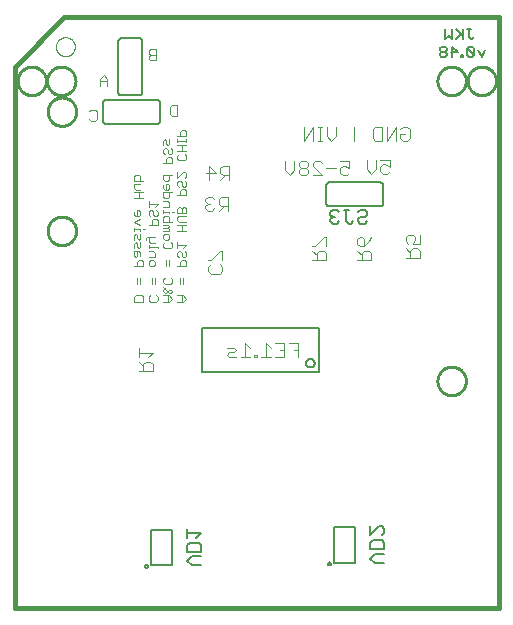
<source format=gbo>
G75*
%MOIN*%
%OFA0B0*%
%FSLAX25Y25*%
%IPPOS*%
%LPD*%
%AMOC8*
5,1,8,0,0,1.08239X$1,22.5*
%
%ADD10C,0.01600*%
%ADD11C,0.00500*%
%ADD12C,0.00400*%
%ADD13C,0.00300*%
%ADD14C,0.00200*%
%ADD15C,0.01000*%
%ADD16C,0.00000*%
%ADD17C,0.00800*%
%ADD18C,0.00600*%
D10*
X0022538Y0040030D02*
X0183955Y0040030D01*
X0183955Y0236880D01*
X0039073Y0236880D01*
X0022538Y0220344D01*
X0022538Y0040030D01*
D11*
X0080081Y0055610D02*
X0081583Y0057111D01*
X0084585Y0057111D01*
X0084585Y0058712D02*
X0084585Y0060964D01*
X0083835Y0061715D01*
X0080832Y0061715D01*
X0080081Y0060964D01*
X0080081Y0058712D01*
X0084585Y0058712D01*
X0084585Y0054108D02*
X0081583Y0054108D01*
X0080081Y0055610D01*
X0080081Y0063316D02*
X0080081Y0066319D01*
X0080081Y0064817D02*
X0084585Y0064817D01*
X0083084Y0063316D01*
X0141105Y0064104D02*
X0144108Y0067106D01*
X0144858Y0067106D01*
X0145609Y0066355D01*
X0145609Y0064854D01*
X0144858Y0064104D01*
X0144858Y0062502D02*
X0141856Y0062502D01*
X0141105Y0061752D01*
X0141105Y0059500D01*
X0145609Y0059500D01*
X0145609Y0061752D01*
X0144858Y0062502D01*
X0141105Y0064104D02*
X0141105Y0067106D01*
X0142606Y0057898D02*
X0141105Y0056397D01*
X0142606Y0054896D01*
X0145609Y0054896D01*
X0145609Y0057898D02*
X0142606Y0057898D01*
X0139235Y0168075D02*
X0137734Y0168075D01*
X0136983Y0168825D01*
X0136983Y0169576D01*
X0137734Y0170327D01*
X0139235Y0170327D01*
X0139986Y0171077D01*
X0139986Y0171828D01*
X0139235Y0172579D01*
X0137734Y0172579D01*
X0136983Y0171828D01*
X0135382Y0168825D02*
X0134631Y0168075D01*
X0133880Y0168075D01*
X0133130Y0168825D01*
X0133130Y0172579D01*
X0133880Y0172579D02*
X0132379Y0172579D01*
X0130778Y0171828D02*
X0130027Y0172579D01*
X0128526Y0172579D01*
X0127775Y0171828D01*
X0127775Y0171077D01*
X0128526Y0170327D01*
X0127775Y0169576D01*
X0127775Y0168825D01*
X0128526Y0168075D01*
X0130027Y0168075D01*
X0130778Y0168825D01*
X0129277Y0170327D02*
X0128526Y0170327D01*
X0139235Y0168075D02*
X0139986Y0168825D01*
X0164751Y0223589D02*
X0165919Y0223589D01*
X0166503Y0224173D01*
X0166503Y0224757D01*
X0165919Y0225340D01*
X0164751Y0225340D01*
X0164168Y0224757D01*
X0164168Y0224173D01*
X0164751Y0223589D01*
X0164751Y0225340D02*
X0164168Y0225924D01*
X0164168Y0226508D01*
X0164751Y0227092D01*
X0165919Y0227092D01*
X0166503Y0226508D01*
X0166503Y0225924D01*
X0165919Y0225340D01*
X0167851Y0225340D02*
X0170186Y0225340D01*
X0168435Y0227092D01*
X0168435Y0223589D01*
X0171444Y0223589D02*
X0172028Y0223589D01*
X0172028Y0224173D01*
X0171444Y0224173D01*
X0171444Y0223589D01*
X0173375Y0224173D02*
X0173375Y0226508D01*
X0175711Y0224173D01*
X0175127Y0223589D01*
X0173959Y0223589D01*
X0173375Y0224173D01*
X0173375Y0226508D02*
X0173959Y0227092D01*
X0175127Y0227092D01*
X0175711Y0226508D01*
X0175711Y0224173D01*
X0177059Y0225924D02*
X0178226Y0223589D01*
X0179394Y0225924D01*
X0175711Y0230173D02*
X0175127Y0229589D01*
X0174543Y0229589D01*
X0173959Y0230173D01*
X0173959Y0233092D01*
X0174543Y0233092D02*
X0173375Y0233092D01*
X0172028Y0233092D02*
X0172028Y0229589D01*
X0172028Y0230757D02*
X0169692Y0233092D01*
X0168345Y0233092D02*
X0168345Y0229589D01*
X0167177Y0230757D01*
X0166009Y0229589D01*
X0166009Y0233092D01*
X0169692Y0229589D02*
X0171444Y0231340D01*
D12*
X0153461Y0200345D02*
X0151926Y0200345D01*
X0151159Y0199578D01*
X0151159Y0198043D02*
X0152693Y0198043D01*
X0151159Y0198043D02*
X0151159Y0196509D01*
X0151926Y0195741D01*
X0153461Y0195741D01*
X0154228Y0196509D01*
X0154228Y0199578D01*
X0153461Y0200345D01*
X0149624Y0200345D02*
X0149624Y0195741D01*
X0146555Y0195741D02*
X0146555Y0200345D01*
X0145020Y0200345D02*
X0142718Y0200345D01*
X0141951Y0199578D01*
X0141951Y0196509D01*
X0142718Y0195741D01*
X0145020Y0195741D01*
X0145020Y0200345D01*
X0149624Y0200345D02*
X0146555Y0195741D01*
X0147535Y0189322D02*
X0144466Y0189322D01*
X0142931Y0189322D02*
X0142931Y0186252D01*
X0141396Y0184718D01*
X0139862Y0186252D01*
X0139862Y0189322D01*
X0144466Y0187020D02*
X0144466Y0185485D01*
X0145233Y0184718D01*
X0146768Y0184718D01*
X0147535Y0185485D01*
X0147535Y0187020D02*
X0146000Y0187787D01*
X0145233Y0187787D01*
X0144466Y0187020D01*
X0147535Y0187020D02*
X0147535Y0189322D01*
X0135812Y0195741D02*
X0135812Y0200345D01*
X0129674Y0200345D02*
X0129674Y0197276D01*
X0128139Y0195741D01*
X0126604Y0197276D01*
X0126604Y0200345D01*
X0125070Y0200345D02*
X0123535Y0200345D01*
X0124302Y0200345D02*
X0124302Y0195741D01*
X0123535Y0195741D02*
X0125070Y0195741D01*
X0122000Y0195741D02*
X0122000Y0200345D01*
X0118931Y0195741D01*
X0118931Y0200345D01*
X0119570Y0188928D02*
X0118035Y0188928D01*
X0117268Y0188161D01*
X0117268Y0187393D01*
X0118035Y0186626D01*
X0119570Y0186626D01*
X0120337Y0187393D01*
X0120337Y0188161D01*
X0119570Y0188928D01*
X0119570Y0186626D02*
X0120337Y0185859D01*
X0120337Y0185091D01*
X0119570Y0184324D01*
X0118035Y0184324D01*
X0117268Y0185091D01*
X0117268Y0185859D01*
X0118035Y0186626D01*
X0115733Y0185859D02*
X0115733Y0188928D01*
X0115733Y0185859D02*
X0114199Y0184324D01*
X0112664Y0185859D01*
X0112664Y0188928D01*
X0121872Y0188161D02*
X0122639Y0188928D01*
X0124174Y0188928D01*
X0124941Y0188161D01*
X0126476Y0186626D02*
X0129545Y0186626D01*
X0131080Y0186626D02*
X0131847Y0187393D01*
X0132614Y0187393D01*
X0134149Y0186626D01*
X0134149Y0188928D01*
X0131080Y0188928D01*
X0131080Y0186626D02*
X0131080Y0185091D01*
X0131847Y0184324D01*
X0133382Y0184324D01*
X0134149Y0185091D01*
X0124941Y0184324D02*
X0121872Y0187393D01*
X0121872Y0188161D01*
X0121872Y0184324D02*
X0124941Y0184324D01*
X0125630Y0163636D02*
X0122560Y0160567D01*
X0121793Y0160567D01*
X0121793Y0159032D02*
X0123328Y0157497D01*
X0123328Y0158265D02*
X0123328Y0155963D01*
X0121793Y0155963D02*
X0126397Y0155963D01*
X0126397Y0158265D01*
X0125630Y0159032D01*
X0124095Y0159032D01*
X0123328Y0158265D01*
X0126397Y0160567D02*
X0126397Y0163636D01*
X0125630Y0163636D01*
X0136754Y0162868D02*
X0136754Y0161334D01*
X0137521Y0160567D01*
X0139056Y0160567D01*
X0139056Y0162868D01*
X0138288Y0163636D01*
X0137521Y0163636D01*
X0136754Y0162868D01*
X0139056Y0160567D02*
X0140590Y0162101D01*
X0141358Y0163636D01*
X0140590Y0159032D02*
X0139056Y0159032D01*
X0138288Y0158265D01*
X0138288Y0155963D01*
X0136754Y0155963D02*
X0141358Y0155963D01*
X0141358Y0158265D01*
X0140590Y0159032D01*
X0138288Y0157497D02*
X0136754Y0159032D01*
X0152896Y0159819D02*
X0154430Y0158285D01*
X0154430Y0159052D02*
X0154430Y0156750D01*
X0152896Y0156750D02*
X0157499Y0156750D01*
X0157499Y0159052D01*
X0156732Y0159819D01*
X0155197Y0159819D01*
X0154430Y0159052D01*
X0153663Y0161354D02*
X0152896Y0162121D01*
X0152896Y0163656D01*
X0153663Y0164423D01*
X0155197Y0164423D01*
X0155965Y0163656D01*
X0155965Y0162889D01*
X0155197Y0161354D01*
X0157499Y0161354D01*
X0157499Y0164423D01*
X0117043Y0128172D02*
X0117043Y0123569D01*
X0117043Y0125870D02*
X0115509Y0125870D01*
X0117043Y0128172D02*
X0113974Y0128172D01*
X0112439Y0128172D02*
X0112439Y0123569D01*
X0109370Y0123569D01*
X0107836Y0123569D02*
X0104766Y0123569D01*
X0103232Y0123569D02*
X0103232Y0124336D01*
X0102464Y0124336D01*
X0102464Y0123569D01*
X0103232Y0123569D01*
X0100930Y0123569D02*
X0097860Y0123569D01*
X0096326Y0123569D02*
X0094024Y0123569D01*
X0093256Y0124336D01*
X0094024Y0125103D01*
X0095558Y0125103D01*
X0096326Y0125870D01*
X0095558Y0126638D01*
X0093256Y0126638D01*
X0099395Y0128172D02*
X0099395Y0123569D01*
X0100930Y0126638D02*
X0099395Y0128172D01*
X0106301Y0128172D02*
X0106301Y0123569D01*
X0107836Y0126638D02*
X0106301Y0128172D01*
X0109370Y0128172D02*
X0112439Y0128172D01*
X0112439Y0125870D02*
X0110905Y0125870D01*
X0090984Y0151376D02*
X0087915Y0151376D01*
X0087148Y0152143D01*
X0087148Y0153678D01*
X0087915Y0154445D01*
X0087915Y0155980D02*
X0087148Y0155980D01*
X0087915Y0155980D02*
X0090984Y0159049D01*
X0091751Y0159049D01*
X0091751Y0155980D01*
X0090984Y0154445D02*
X0091751Y0153678D01*
X0091751Y0152143D01*
X0090984Y0151376D01*
X0090666Y0172395D02*
X0092201Y0173930D01*
X0091434Y0173930D02*
X0093736Y0173930D01*
X0093736Y0172395D02*
X0093736Y0176999D01*
X0091434Y0176999D01*
X0090666Y0176231D01*
X0090666Y0174697D01*
X0091434Y0173930D01*
X0089132Y0173162D02*
X0088364Y0172395D01*
X0086830Y0172395D01*
X0086062Y0173162D01*
X0086062Y0173930D01*
X0086830Y0174697D01*
X0087597Y0174697D01*
X0086830Y0174697D02*
X0086062Y0175464D01*
X0086062Y0176231D01*
X0086830Y0176999D01*
X0088364Y0176999D01*
X0089132Y0176231D01*
X0087224Y0182631D02*
X0087224Y0187235D01*
X0089525Y0184933D01*
X0086456Y0184933D01*
X0091060Y0184933D02*
X0091827Y0184166D01*
X0094129Y0184166D01*
X0092595Y0184166D02*
X0091060Y0182631D01*
X0091060Y0184933D02*
X0091060Y0186468D01*
X0091827Y0187235D01*
X0094129Y0187235D01*
X0094129Y0182631D01*
X0063919Y0126628D02*
X0063919Y0123559D01*
X0063919Y0125093D02*
X0068523Y0125093D01*
X0066988Y0123559D01*
X0066221Y0122024D02*
X0065454Y0121257D01*
X0065454Y0118955D01*
X0065454Y0120489D02*
X0063919Y0122024D01*
X0066221Y0122024D02*
X0067756Y0122024D01*
X0068523Y0121257D01*
X0068523Y0118955D01*
X0063919Y0118955D01*
D13*
X0049330Y0202384D02*
X0048096Y0202384D01*
X0047478Y0203001D01*
X0049330Y0202384D02*
X0049947Y0203001D01*
X0049947Y0205470D01*
X0049330Y0206087D01*
X0048096Y0206087D01*
X0047478Y0205470D01*
X0051022Y0213802D02*
X0051022Y0216270D01*
X0052256Y0217505D01*
X0053490Y0216270D01*
X0053490Y0213802D01*
X0053490Y0215653D02*
X0051022Y0215653D01*
X0067163Y0223080D02*
X0067781Y0222463D01*
X0069632Y0222463D01*
X0069632Y0226166D01*
X0067781Y0226166D01*
X0067163Y0225549D01*
X0067163Y0224932D01*
X0067781Y0224315D01*
X0069632Y0224315D01*
X0067781Y0224315D02*
X0067163Y0223697D01*
X0067163Y0223080D01*
X0074867Y0207662D02*
X0074250Y0207045D01*
X0074250Y0204576D01*
X0074867Y0203959D01*
X0076719Y0203959D01*
X0076719Y0207662D01*
X0074867Y0207662D01*
D14*
X0078303Y0199101D02*
X0077803Y0198601D01*
X0077803Y0197100D01*
X0076802Y0197100D02*
X0079804Y0197100D01*
X0079804Y0198601D01*
X0079304Y0199101D01*
X0078303Y0199101D01*
X0076802Y0196136D02*
X0076802Y0195135D01*
X0076802Y0195636D02*
X0079804Y0195636D01*
X0079804Y0196136D02*
X0079804Y0195135D01*
X0079804Y0194191D02*
X0076802Y0194191D01*
X0078303Y0194191D02*
X0078303Y0192189D01*
X0077302Y0191244D02*
X0076802Y0190744D01*
X0076802Y0189743D01*
X0077302Y0189242D01*
X0079304Y0189242D01*
X0079804Y0189743D01*
X0079804Y0190744D01*
X0079304Y0191244D01*
X0079804Y0192189D02*
X0076802Y0192189D01*
X0075004Y0191707D02*
X0074504Y0191207D01*
X0074004Y0191207D01*
X0073503Y0191707D01*
X0073503Y0192708D01*
X0073003Y0193208D01*
X0072502Y0193208D01*
X0072002Y0192708D01*
X0072002Y0191707D01*
X0072502Y0191207D01*
X0073503Y0190262D02*
X0073003Y0189761D01*
X0073003Y0188260D01*
X0072002Y0188260D02*
X0075004Y0188260D01*
X0075004Y0189761D01*
X0074504Y0190262D01*
X0073503Y0190262D01*
X0075004Y0191707D02*
X0075004Y0192708D01*
X0074504Y0193208D01*
X0073503Y0194153D02*
X0074004Y0194654D01*
X0074004Y0196155D01*
X0073003Y0195654D02*
X0073003Y0194654D01*
X0073503Y0194153D01*
X0072002Y0194153D02*
X0072002Y0195654D01*
X0072502Y0196155D01*
X0073003Y0195654D01*
X0076802Y0185351D02*
X0076802Y0183349D01*
X0078804Y0185351D01*
X0079304Y0185351D01*
X0079804Y0184851D01*
X0079804Y0183850D01*
X0079304Y0183349D01*
X0079304Y0182404D02*
X0079804Y0181904D01*
X0079804Y0180903D01*
X0079304Y0180403D01*
X0078804Y0180403D01*
X0078303Y0180903D01*
X0078303Y0181904D01*
X0077803Y0182404D01*
X0077302Y0182404D01*
X0076802Y0181904D01*
X0076802Y0180903D01*
X0077302Y0180403D01*
X0078303Y0179458D02*
X0077803Y0178958D01*
X0077803Y0177456D01*
X0076802Y0177456D02*
X0079804Y0177456D01*
X0079804Y0178958D01*
X0079304Y0179458D01*
X0078303Y0179458D01*
X0075004Y0178476D02*
X0072002Y0178476D01*
X0072002Y0176974D01*
X0072502Y0176474D01*
X0073503Y0176474D01*
X0074004Y0176974D01*
X0074004Y0178476D01*
X0073503Y0179421D02*
X0074004Y0179921D01*
X0074004Y0180922D01*
X0073503Y0181422D01*
X0073003Y0181422D01*
X0073003Y0179421D01*
X0073503Y0179421D02*
X0072502Y0179421D01*
X0072002Y0179921D01*
X0072002Y0180922D01*
X0072502Y0182367D02*
X0073503Y0182367D01*
X0074004Y0182868D01*
X0074004Y0184369D01*
X0075004Y0184369D02*
X0072002Y0184369D01*
X0072002Y0182868D01*
X0072502Y0182367D01*
X0072002Y0175529D02*
X0073503Y0175529D01*
X0074004Y0175029D01*
X0074004Y0173528D01*
X0072002Y0173528D01*
X0072002Y0172564D02*
X0072002Y0171563D01*
X0072002Y0172064D02*
X0074004Y0172064D01*
X0074004Y0171563D01*
X0073503Y0170618D02*
X0074004Y0170118D01*
X0074004Y0168617D01*
X0075004Y0168617D02*
X0072002Y0168617D01*
X0072002Y0170118D01*
X0072502Y0170618D01*
X0073503Y0170618D01*
X0075004Y0172064D02*
X0075505Y0172064D01*
X0076802Y0171563D02*
X0076802Y0173064D01*
X0077302Y0173565D01*
X0077803Y0173565D01*
X0078303Y0173064D01*
X0078303Y0171563D01*
X0077302Y0170618D02*
X0079804Y0170618D01*
X0079804Y0171563D02*
X0079804Y0173064D01*
X0079304Y0173565D01*
X0078804Y0173565D01*
X0078303Y0173064D01*
X0076802Y0171563D02*
X0079804Y0171563D01*
X0077302Y0170618D02*
X0076802Y0170118D01*
X0076802Y0169117D01*
X0077302Y0168617D01*
X0079804Y0168617D01*
X0079804Y0167672D02*
X0076802Y0167672D01*
X0078303Y0167672D02*
X0078303Y0165670D01*
X0076802Y0165670D02*
X0079804Y0165670D01*
X0079804Y0160778D02*
X0076802Y0160778D01*
X0076802Y0159777D02*
X0076802Y0161779D01*
X0075004Y0161278D02*
X0075004Y0160278D01*
X0074504Y0159777D01*
X0072502Y0159777D01*
X0072002Y0160278D01*
X0072002Y0161278D01*
X0072502Y0161779D01*
X0072502Y0162724D02*
X0072002Y0163224D01*
X0072002Y0164225D01*
X0072502Y0164725D01*
X0073503Y0164725D01*
X0074004Y0164225D01*
X0074004Y0163224D01*
X0073503Y0162724D01*
X0072502Y0162724D01*
X0074504Y0161779D02*
X0075004Y0161278D01*
X0077302Y0158832D02*
X0076802Y0158332D01*
X0076802Y0157331D01*
X0077302Y0156831D01*
X0078303Y0157331D02*
X0078303Y0158332D01*
X0077803Y0158832D01*
X0077302Y0158832D01*
X0078804Y0159777D02*
X0079804Y0160778D01*
X0079304Y0158832D02*
X0079804Y0158332D01*
X0079804Y0157331D01*
X0079304Y0156831D01*
X0078804Y0156831D01*
X0078303Y0157331D01*
X0078303Y0155886D02*
X0077803Y0155385D01*
X0077803Y0153884D01*
X0076802Y0153884D02*
X0079804Y0153884D01*
X0079804Y0155385D01*
X0079304Y0155886D01*
X0078303Y0155886D01*
X0074004Y0155886D02*
X0074004Y0153884D01*
X0073003Y0153884D02*
X0073003Y0155886D01*
X0069204Y0155385D02*
X0069204Y0154385D01*
X0068703Y0153884D01*
X0067702Y0153884D01*
X0067202Y0154385D01*
X0067202Y0155385D01*
X0067702Y0155886D01*
X0068703Y0155886D01*
X0069204Y0155385D01*
X0069204Y0156831D02*
X0067202Y0156831D01*
X0067202Y0158832D02*
X0068703Y0158832D01*
X0069204Y0158332D01*
X0069204Y0156831D01*
X0070204Y0159777D02*
X0070204Y0160278D01*
X0067202Y0160278D01*
X0067202Y0160778D02*
X0067202Y0159777D01*
X0067702Y0161741D02*
X0067202Y0162242D01*
X0067202Y0163743D01*
X0066701Y0163743D02*
X0066201Y0163243D01*
X0066201Y0162742D01*
X0066701Y0163743D02*
X0069204Y0163743D01*
X0069204Y0161741D02*
X0067702Y0161741D01*
X0064404Y0161779D02*
X0064404Y0160278D01*
X0063903Y0159777D01*
X0063403Y0160278D01*
X0063403Y0161278D01*
X0062902Y0161779D01*
X0062402Y0161278D01*
X0062402Y0159777D01*
X0062402Y0158832D02*
X0062402Y0157331D01*
X0062902Y0156831D01*
X0063403Y0157331D01*
X0063403Y0158832D01*
X0063903Y0158832D02*
X0062402Y0158832D01*
X0063903Y0158832D02*
X0064404Y0158332D01*
X0064404Y0157331D01*
X0064904Y0155886D02*
X0063903Y0155886D01*
X0063403Y0155385D01*
X0063403Y0153884D01*
X0062402Y0153884D02*
X0065404Y0153884D01*
X0065404Y0155385D01*
X0064904Y0155886D01*
X0064404Y0149993D02*
X0064404Y0147991D01*
X0063403Y0147991D02*
X0063403Y0149993D01*
X0062902Y0144100D02*
X0064904Y0144100D01*
X0065404Y0143599D01*
X0065404Y0142098D01*
X0062402Y0142098D01*
X0062402Y0143599D01*
X0062902Y0144100D01*
X0067202Y0143599D02*
X0067202Y0142598D01*
X0067702Y0142098D01*
X0069704Y0142098D01*
X0070204Y0142598D01*
X0070204Y0143599D01*
X0069704Y0144100D01*
X0067702Y0144100D02*
X0067202Y0143599D01*
X0068203Y0147991D02*
X0068203Y0149993D01*
X0069204Y0149993D02*
X0069204Y0147991D01*
X0072002Y0148491D02*
X0072002Y0149492D01*
X0072502Y0149993D01*
X0072002Y0148491D02*
X0072502Y0147991D01*
X0074504Y0147991D01*
X0075004Y0148491D01*
X0075004Y0149492D01*
X0074504Y0149993D01*
X0073003Y0147046D02*
X0072002Y0146045D01*
X0072002Y0145545D01*
X0072502Y0145045D01*
X0073003Y0145045D01*
X0074004Y0146045D01*
X0074504Y0146045D01*
X0075004Y0145545D01*
X0074504Y0145045D01*
X0074004Y0145045D01*
X0072002Y0147046D01*
X0072002Y0144100D02*
X0074004Y0144100D01*
X0075004Y0143099D01*
X0074004Y0142098D01*
X0072002Y0142098D01*
X0073503Y0142098D02*
X0073503Y0144100D01*
X0076802Y0144100D02*
X0078804Y0144100D01*
X0079804Y0143099D01*
X0078804Y0142098D01*
X0076802Y0142098D01*
X0078303Y0142098D02*
X0078303Y0144100D01*
X0077803Y0147991D02*
X0077803Y0149993D01*
X0078804Y0149993D02*
X0078804Y0147991D01*
X0074004Y0165670D02*
X0072002Y0165670D01*
X0072002Y0166671D02*
X0073503Y0166671D01*
X0074004Y0167171D01*
X0073503Y0167672D01*
X0072002Y0167672D01*
X0070204Y0167635D02*
X0070204Y0169136D01*
X0069704Y0169636D01*
X0068703Y0169636D01*
X0068203Y0169136D01*
X0068203Y0167635D01*
X0067202Y0167635D02*
X0070204Y0167635D01*
X0069704Y0170581D02*
X0069204Y0170581D01*
X0068703Y0171081D01*
X0068703Y0172082D01*
X0068203Y0172583D01*
X0067702Y0172583D01*
X0067202Y0172082D01*
X0067202Y0171081D01*
X0067702Y0170581D01*
X0069704Y0170581D02*
X0070204Y0171081D01*
X0070204Y0172082D01*
X0069704Y0172583D01*
X0069204Y0173528D02*
X0070204Y0174528D01*
X0067202Y0174528D01*
X0067202Y0173528D02*
X0067202Y0175529D01*
X0065404Y0176474D02*
X0062402Y0176474D01*
X0063903Y0176474D02*
X0063903Y0178476D01*
X0064404Y0179421D02*
X0062902Y0179421D01*
X0062402Y0179921D01*
X0062402Y0181422D01*
X0064404Y0181422D01*
X0064404Y0182367D02*
X0064404Y0183868D01*
X0063903Y0184369D01*
X0062902Y0184369D01*
X0062402Y0183868D01*
X0062402Y0182367D01*
X0065404Y0182367D01*
X0065404Y0178476D02*
X0062402Y0178476D01*
X0063403Y0172583D02*
X0063403Y0170581D01*
X0063903Y0170581D02*
X0062902Y0170581D01*
X0062402Y0171081D01*
X0062402Y0172082D01*
X0063403Y0172583D02*
X0063903Y0172583D01*
X0064404Y0172082D01*
X0064404Y0171081D01*
X0063903Y0170581D01*
X0064404Y0169636D02*
X0062402Y0168635D01*
X0064404Y0167635D01*
X0064404Y0166171D02*
X0062402Y0166171D01*
X0062402Y0166671D02*
X0062402Y0165670D01*
X0062902Y0164725D02*
X0063403Y0164225D01*
X0063403Y0163224D01*
X0063903Y0162724D01*
X0064404Y0163224D01*
X0064404Y0164725D01*
X0064404Y0165670D02*
X0064404Y0166171D01*
X0065404Y0166171D02*
X0065905Y0166171D01*
X0062902Y0164725D02*
X0062402Y0164225D01*
X0062402Y0162724D01*
X0073503Y0166671D02*
X0074004Y0166171D01*
X0074004Y0165670D01*
D15*
X0033545Y0165620D02*
X0033547Y0165757D01*
X0033553Y0165894D01*
X0033563Y0166031D01*
X0033577Y0166168D01*
X0033595Y0166304D01*
X0033616Y0166440D01*
X0033642Y0166574D01*
X0033672Y0166708D01*
X0033705Y0166842D01*
X0033742Y0166974D01*
X0033783Y0167105D01*
X0033828Y0167234D01*
X0033877Y0167363D01*
X0033929Y0167490D01*
X0033985Y0167615D01*
X0034045Y0167739D01*
X0034108Y0167861D01*
X0034174Y0167981D01*
X0034245Y0168099D01*
X0034318Y0168215D01*
X0034395Y0168328D01*
X0034475Y0168440D01*
X0034558Y0168549D01*
X0034644Y0168656D01*
X0034734Y0168760D01*
X0034826Y0168861D01*
X0034921Y0168960D01*
X0035020Y0169056D01*
X0035120Y0169149D01*
X0035224Y0169240D01*
X0035330Y0169327D01*
X0035439Y0169411D01*
X0035550Y0169492D01*
X0035663Y0169569D01*
X0035778Y0169643D01*
X0035896Y0169714D01*
X0036015Y0169782D01*
X0036137Y0169846D01*
X0036260Y0169906D01*
X0036385Y0169963D01*
X0036511Y0170016D01*
X0036639Y0170066D01*
X0036769Y0170112D01*
X0036900Y0170154D01*
X0037031Y0170192D01*
X0037164Y0170226D01*
X0037298Y0170257D01*
X0037433Y0170284D01*
X0037568Y0170306D01*
X0037704Y0170325D01*
X0037841Y0170340D01*
X0037977Y0170351D01*
X0038114Y0170358D01*
X0038252Y0170361D01*
X0038389Y0170360D01*
X0038526Y0170355D01*
X0038663Y0170346D01*
X0038800Y0170333D01*
X0038936Y0170316D01*
X0039072Y0170295D01*
X0039207Y0170271D01*
X0039341Y0170242D01*
X0039474Y0170210D01*
X0039607Y0170173D01*
X0039738Y0170133D01*
X0039868Y0170089D01*
X0039997Y0170042D01*
X0040124Y0169990D01*
X0040250Y0169935D01*
X0040374Y0169876D01*
X0040496Y0169814D01*
X0040617Y0169749D01*
X0040735Y0169679D01*
X0040852Y0169607D01*
X0040966Y0169531D01*
X0041078Y0169452D01*
X0041188Y0169369D01*
X0041295Y0169283D01*
X0041400Y0169195D01*
X0041502Y0169103D01*
X0041602Y0169009D01*
X0041699Y0168911D01*
X0041792Y0168811D01*
X0041883Y0168708D01*
X0041971Y0168603D01*
X0042056Y0168495D01*
X0042138Y0168384D01*
X0042216Y0168272D01*
X0042291Y0168157D01*
X0042363Y0168040D01*
X0042431Y0167921D01*
X0042496Y0167800D01*
X0042557Y0167677D01*
X0042615Y0167553D01*
X0042669Y0167426D01*
X0042720Y0167299D01*
X0042767Y0167170D01*
X0042810Y0167039D01*
X0042849Y0166908D01*
X0042884Y0166775D01*
X0042916Y0166641D01*
X0042943Y0166507D01*
X0042967Y0166372D01*
X0042987Y0166236D01*
X0043003Y0166100D01*
X0043015Y0165963D01*
X0043023Y0165826D01*
X0043027Y0165689D01*
X0043027Y0165551D01*
X0043023Y0165414D01*
X0043015Y0165277D01*
X0043003Y0165140D01*
X0042987Y0165004D01*
X0042967Y0164868D01*
X0042943Y0164733D01*
X0042916Y0164599D01*
X0042884Y0164465D01*
X0042849Y0164332D01*
X0042810Y0164201D01*
X0042767Y0164070D01*
X0042720Y0163941D01*
X0042669Y0163814D01*
X0042615Y0163687D01*
X0042557Y0163563D01*
X0042496Y0163440D01*
X0042431Y0163319D01*
X0042363Y0163200D01*
X0042291Y0163083D01*
X0042216Y0162968D01*
X0042138Y0162856D01*
X0042056Y0162745D01*
X0041971Y0162637D01*
X0041883Y0162532D01*
X0041792Y0162429D01*
X0041699Y0162329D01*
X0041602Y0162231D01*
X0041502Y0162137D01*
X0041400Y0162045D01*
X0041295Y0161957D01*
X0041188Y0161871D01*
X0041078Y0161788D01*
X0040966Y0161709D01*
X0040852Y0161633D01*
X0040735Y0161561D01*
X0040617Y0161491D01*
X0040496Y0161426D01*
X0040374Y0161364D01*
X0040250Y0161305D01*
X0040124Y0161250D01*
X0039997Y0161198D01*
X0039868Y0161151D01*
X0039738Y0161107D01*
X0039607Y0161067D01*
X0039474Y0161030D01*
X0039341Y0160998D01*
X0039207Y0160969D01*
X0039072Y0160945D01*
X0038936Y0160924D01*
X0038800Y0160907D01*
X0038663Y0160894D01*
X0038526Y0160885D01*
X0038389Y0160880D01*
X0038252Y0160879D01*
X0038114Y0160882D01*
X0037977Y0160889D01*
X0037841Y0160900D01*
X0037704Y0160915D01*
X0037568Y0160934D01*
X0037433Y0160956D01*
X0037298Y0160983D01*
X0037164Y0161014D01*
X0037031Y0161048D01*
X0036900Y0161086D01*
X0036769Y0161128D01*
X0036639Y0161174D01*
X0036511Y0161224D01*
X0036385Y0161277D01*
X0036260Y0161334D01*
X0036137Y0161394D01*
X0036015Y0161458D01*
X0035896Y0161526D01*
X0035778Y0161597D01*
X0035663Y0161671D01*
X0035550Y0161748D01*
X0035439Y0161829D01*
X0035330Y0161913D01*
X0035224Y0162000D01*
X0035120Y0162091D01*
X0035020Y0162184D01*
X0034921Y0162280D01*
X0034826Y0162379D01*
X0034734Y0162480D01*
X0034644Y0162584D01*
X0034558Y0162691D01*
X0034475Y0162800D01*
X0034395Y0162912D01*
X0034318Y0163025D01*
X0034245Y0163141D01*
X0034174Y0163259D01*
X0034108Y0163379D01*
X0034045Y0163501D01*
X0033985Y0163625D01*
X0033929Y0163750D01*
X0033877Y0163877D01*
X0033828Y0164006D01*
X0033783Y0164135D01*
X0033742Y0164266D01*
X0033705Y0164398D01*
X0033672Y0164532D01*
X0033642Y0164666D01*
X0033616Y0164800D01*
X0033595Y0164936D01*
X0033577Y0165072D01*
X0033563Y0165209D01*
X0033553Y0165346D01*
X0033547Y0165483D01*
X0033545Y0165620D01*
X0033545Y0205384D02*
X0033547Y0205521D01*
X0033553Y0205658D01*
X0033563Y0205795D01*
X0033577Y0205932D01*
X0033595Y0206068D01*
X0033616Y0206204D01*
X0033642Y0206338D01*
X0033672Y0206472D01*
X0033705Y0206606D01*
X0033742Y0206738D01*
X0033783Y0206869D01*
X0033828Y0206998D01*
X0033877Y0207127D01*
X0033929Y0207254D01*
X0033985Y0207379D01*
X0034045Y0207503D01*
X0034108Y0207625D01*
X0034174Y0207745D01*
X0034245Y0207863D01*
X0034318Y0207979D01*
X0034395Y0208092D01*
X0034475Y0208204D01*
X0034558Y0208313D01*
X0034644Y0208420D01*
X0034734Y0208524D01*
X0034826Y0208625D01*
X0034921Y0208724D01*
X0035020Y0208820D01*
X0035120Y0208913D01*
X0035224Y0209004D01*
X0035330Y0209091D01*
X0035439Y0209175D01*
X0035550Y0209256D01*
X0035663Y0209333D01*
X0035778Y0209407D01*
X0035896Y0209478D01*
X0036015Y0209546D01*
X0036137Y0209610D01*
X0036260Y0209670D01*
X0036385Y0209727D01*
X0036511Y0209780D01*
X0036639Y0209830D01*
X0036769Y0209876D01*
X0036900Y0209918D01*
X0037031Y0209956D01*
X0037164Y0209990D01*
X0037298Y0210021D01*
X0037433Y0210048D01*
X0037568Y0210070D01*
X0037704Y0210089D01*
X0037841Y0210104D01*
X0037977Y0210115D01*
X0038114Y0210122D01*
X0038252Y0210125D01*
X0038389Y0210124D01*
X0038526Y0210119D01*
X0038663Y0210110D01*
X0038800Y0210097D01*
X0038936Y0210080D01*
X0039072Y0210059D01*
X0039207Y0210035D01*
X0039341Y0210006D01*
X0039474Y0209974D01*
X0039607Y0209937D01*
X0039738Y0209897D01*
X0039868Y0209853D01*
X0039997Y0209806D01*
X0040124Y0209754D01*
X0040250Y0209699D01*
X0040374Y0209640D01*
X0040496Y0209578D01*
X0040617Y0209513D01*
X0040735Y0209443D01*
X0040852Y0209371D01*
X0040966Y0209295D01*
X0041078Y0209216D01*
X0041188Y0209133D01*
X0041295Y0209047D01*
X0041400Y0208959D01*
X0041502Y0208867D01*
X0041602Y0208773D01*
X0041699Y0208675D01*
X0041792Y0208575D01*
X0041883Y0208472D01*
X0041971Y0208367D01*
X0042056Y0208259D01*
X0042138Y0208148D01*
X0042216Y0208036D01*
X0042291Y0207921D01*
X0042363Y0207804D01*
X0042431Y0207685D01*
X0042496Y0207564D01*
X0042557Y0207441D01*
X0042615Y0207317D01*
X0042669Y0207190D01*
X0042720Y0207063D01*
X0042767Y0206934D01*
X0042810Y0206803D01*
X0042849Y0206672D01*
X0042884Y0206539D01*
X0042916Y0206405D01*
X0042943Y0206271D01*
X0042967Y0206136D01*
X0042987Y0206000D01*
X0043003Y0205864D01*
X0043015Y0205727D01*
X0043023Y0205590D01*
X0043027Y0205453D01*
X0043027Y0205315D01*
X0043023Y0205178D01*
X0043015Y0205041D01*
X0043003Y0204904D01*
X0042987Y0204768D01*
X0042967Y0204632D01*
X0042943Y0204497D01*
X0042916Y0204363D01*
X0042884Y0204229D01*
X0042849Y0204096D01*
X0042810Y0203965D01*
X0042767Y0203834D01*
X0042720Y0203705D01*
X0042669Y0203578D01*
X0042615Y0203451D01*
X0042557Y0203327D01*
X0042496Y0203204D01*
X0042431Y0203083D01*
X0042363Y0202964D01*
X0042291Y0202847D01*
X0042216Y0202732D01*
X0042138Y0202620D01*
X0042056Y0202509D01*
X0041971Y0202401D01*
X0041883Y0202296D01*
X0041792Y0202193D01*
X0041699Y0202093D01*
X0041602Y0201995D01*
X0041502Y0201901D01*
X0041400Y0201809D01*
X0041295Y0201721D01*
X0041188Y0201635D01*
X0041078Y0201552D01*
X0040966Y0201473D01*
X0040852Y0201397D01*
X0040735Y0201325D01*
X0040617Y0201255D01*
X0040496Y0201190D01*
X0040374Y0201128D01*
X0040250Y0201069D01*
X0040124Y0201014D01*
X0039997Y0200962D01*
X0039868Y0200915D01*
X0039738Y0200871D01*
X0039607Y0200831D01*
X0039474Y0200794D01*
X0039341Y0200762D01*
X0039207Y0200733D01*
X0039072Y0200709D01*
X0038936Y0200688D01*
X0038800Y0200671D01*
X0038663Y0200658D01*
X0038526Y0200649D01*
X0038389Y0200644D01*
X0038252Y0200643D01*
X0038114Y0200646D01*
X0037977Y0200653D01*
X0037841Y0200664D01*
X0037704Y0200679D01*
X0037568Y0200698D01*
X0037433Y0200720D01*
X0037298Y0200747D01*
X0037164Y0200778D01*
X0037031Y0200812D01*
X0036900Y0200850D01*
X0036769Y0200892D01*
X0036639Y0200938D01*
X0036511Y0200988D01*
X0036385Y0201041D01*
X0036260Y0201098D01*
X0036137Y0201158D01*
X0036015Y0201222D01*
X0035896Y0201290D01*
X0035778Y0201361D01*
X0035663Y0201435D01*
X0035550Y0201512D01*
X0035439Y0201593D01*
X0035330Y0201677D01*
X0035224Y0201764D01*
X0035120Y0201855D01*
X0035020Y0201948D01*
X0034921Y0202044D01*
X0034826Y0202143D01*
X0034734Y0202244D01*
X0034644Y0202348D01*
X0034558Y0202455D01*
X0034475Y0202564D01*
X0034395Y0202676D01*
X0034318Y0202789D01*
X0034245Y0202905D01*
X0034174Y0203023D01*
X0034108Y0203143D01*
X0034045Y0203265D01*
X0033985Y0203389D01*
X0033929Y0203514D01*
X0033877Y0203641D01*
X0033828Y0203770D01*
X0033783Y0203899D01*
X0033742Y0204030D01*
X0033705Y0204162D01*
X0033672Y0204296D01*
X0033642Y0204430D01*
X0033616Y0204564D01*
X0033595Y0204700D01*
X0033577Y0204836D01*
X0033563Y0204973D01*
X0033553Y0205110D01*
X0033547Y0205247D01*
X0033545Y0205384D01*
X0033348Y0215620D02*
X0033350Y0215757D01*
X0033356Y0215894D01*
X0033366Y0216031D01*
X0033380Y0216168D01*
X0033398Y0216304D01*
X0033419Y0216440D01*
X0033445Y0216574D01*
X0033475Y0216708D01*
X0033508Y0216842D01*
X0033545Y0216974D01*
X0033586Y0217105D01*
X0033631Y0217234D01*
X0033680Y0217363D01*
X0033732Y0217490D01*
X0033788Y0217615D01*
X0033848Y0217739D01*
X0033911Y0217861D01*
X0033977Y0217981D01*
X0034048Y0218099D01*
X0034121Y0218215D01*
X0034198Y0218328D01*
X0034278Y0218440D01*
X0034361Y0218549D01*
X0034447Y0218656D01*
X0034537Y0218760D01*
X0034629Y0218861D01*
X0034724Y0218960D01*
X0034823Y0219056D01*
X0034923Y0219149D01*
X0035027Y0219240D01*
X0035133Y0219327D01*
X0035242Y0219411D01*
X0035353Y0219492D01*
X0035466Y0219569D01*
X0035581Y0219643D01*
X0035699Y0219714D01*
X0035818Y0219782D01*
X0035940Y0219846D01*
X0036063Y0219906D01*
X0036188Y0219963D01*
X0036314Y0220016D01*
X0036442Y0220066D01*
X0036572Y0220112D01*
X0036703Y0220154D01*
X0036834Y0220192D01*
X0036967Y0220226D01*
X0037101Y0220257D01*
X0037236Y0220284D01*
X0037371Y0220306D01*
X0037507Y0220325D01*
X0037644Y0220340D01*
X0037780Y0220351D01*
X0037917Y0220358D01*
X0038055Y0220361D01*
X0038192Y0220360D01*
X0038329Y0220355D01*
X0038466Y0220346D01*
X0038603Y0220333D01*
X0038739Y0220316D01*
X0038875Y0220295D01*
X0039010Y0220271D01*
X0039144Y0220242D01*
X0039277Y0220210D01*
X0039410Y0220173D01*
X0039541Y0220133D01*
X0039671Y0220089D01*
X0039800Y0220042D01*
X0039927Y0219990D01*
X0040053Y0219935D01*
X0040177Y0219876D01*
X0040299Y0219814D01*
X0040420Y0219749D01*
X0040538Y0219679D01*
X0040655Y0219607D01*
X0040769Y0219531D01*
X0040881Y0219452D01*
X0040991Y0219369D01*
X0041098Y0219283D01*
X0041203Y0219195D01*
X0041305Y0219103D01*
X0041405Y0219009D01*
X0041502Y0218911D01*
X0041595Y0218811D01*
X0041686Y0218708D01*
X0041774Y0218603D01*
X0041859Y0218495D01*
X0041941Y0218384D01*
X0042019Y0218272D01*
X0042094Y0218157D01*
X0042166Y0218040D01*
X0042234Y0217921D01*
X0042299Y0217800D01*
X0042360Y0217677D01*
X0042418Y0217553D01*
X0042472Y0217426D01*
X0042523Y0217299D01*
X0042570Y0217170D01*
X0042613Y0217039D01*
X0042652Y0216908D01*
X0042687Y0216775D01*
X0042719Y0216641D01*
X0042746Y0216507D01*
X0042770Y0216372D01*
X0042790Y0216236D01*
X0042806Y0216100D01*
X0042818Y0215963D01*
X0042826Y0215826D01*
X0042830Y0215689D01*
X0042830Y0215551D01*
X0042826Y0215414D01*
X0042818Y0215277D01*
X0042806Y0215140D01*
X0042790Y0215004D01*
X0042770Y0214868D01*
X0042746Y0214733D01*
X0042719Y0214599D01*
X0042687Y0214465D01*
X0042652Y0214332D01*
X0042613Y0214201D01*
X0042570Y0214070D01*
X0042523Y0213941D01*
X0042472Y0213814D01*
X0042418Y0213687D01*
X0042360Y0213563D01*
X0042299Y0213440D01*
X0042234Y0213319D01*
X0042166Y0213200D01*
X0042094Y0213083D01*
X0042019Y0212968D01*
X0041941Y0212856D01*
X0041859Y0212745D01*
X0041774Y0212637D01*
X0041686Y0212532D01*
X0041595Y0212429D01*
X0041502Y0212329D01*
X0041405Y0212231D01*
X0041305Y0212137D01*
X0041203Y0212045D01*
X0041098Y0211957D01*
X0040991Y0211871D01*
X0040881Y0211788D01*
X0040769Y0211709D01*
X0040655Y0211633D01*
X0040538Y0211561D01*
X0040420Y0211491D01*
X0040299Y0211426D01*
X0040177Y0211364D01*
X0040053Y0211305D01*
X0039927Y0211250D01*
X0039800Y0211198D01*
X0039671Y0211151D01*
X0039541Y0211107D01*
X0039410Y0211067D01*
X0039277Y0211030D01*
X0039144Y0210998D01*
X0039010Y0210969D01*
X0038875Y0210945D01*
X0038739Y0210924D01*
X0038603Y0210907D01*
X0038466Y0210894D01*
X0038329Y0210885D01*
X0038192Y0210880D01*
X0038055Y0210879D01*
X0037917Y0210882D01*
X0037780Y0210889D01*
X0037644Y0210900D01*
X0037507Y0210915D01*
X0037371Y0210934D01*
X0037236Y0210956D01*
X0037101Y0210983D01*
X0036967Y0211014D01*
X0036834Y0211048D01*
X0036703Y0211086D01*
X0036572Y0211128D01*
X0036442Y0211174D01*
X0036314Y0211224D01*
X0036188Y0211277D01*
X0036063Y0211334D01*
X0035940Y0211394D01*
X0035818Y0211458D01*
X0035699Y0211526D01*
X0035581Y0211597D01*
X0035466Y0211671D01*
X0035353Y0211748D01*
X0035242Y0211829D01*
X0035133Y0211913D01*
X0035027Y0212000D01*
X0034923Y0212091D01*
X0034823Y0212184D01*
X0034724Y0212280D01*
X0034629Y0212379D01*
X0034537Y0212480D01*
X0034447Y0212584D01*
X0034361Y0212691D01*
X0034278Y0212800D01*
X0034198Y0212912D01*
X0034121Y0213025D01*
X0034048Y0213141D01*
X0033977Y0213259D01*
X0033911Y0213379D01*
X0033848Y0213501D01*
X0033788Y0213625D01*
X0033732Y0213750D01*
X0033680Y0213877D01*
X0033631Y0214006D01*
X0033586Y0214135D01*
X0033545Y0214266D01*
X0033508Y0214398D01*
X0033475Y0214532D01*
X0033445Y0214666D01*
X0033419Y0214800D01*
X0033398Y0214936D01*
X0033380Y0215072D01*
X0033366Y0215209D01*
X0033356Y0215346D01*
X0033350Y0215483D01*
X0033348Y0215620D01*
X0023506Y0215620D02*
X0023508Y0215757D01*
X0023514Y0215894D01*
X0023524Y0216031D01*
X0023538Y0216168D01*
X0023556Y0216304D01*
X0023577Y0216440D01*
X0023603Y0216574D01*
X0023633Y0216708D01*
X0023666Y0216842D01*
X0023703Y0216974D01*
X0023744Y0217105D01*
X0023789Y0217234D01*
X0023838Y0217363D01*
X0023890Y0217490D01*
X0023946Y0217615D01*
X0024006Y0217739D01*
X0024069Y0217861D01*
X0024135Y0217981D01*
X0024206Y0218099D01*
X0024279Y0218215D01*
X0024356Y0218328D01*
X0024436Y0218440D01*
X0024519Y0218549D01*
X0024605Y0218656D01*
X0024695Y0218760D01*
X0024787Y0218861D01*
X0024882Y0218960D01*
X0024981Y0219056D01*
X0025081Y0219149D01*
X0025185Y0219240D01*
X0025291Y0219327D01*
X0025400Y0219411D01*
X0025511Y0219492D01*
X0025624Y0219569D01*
X0025739Y0219643D01*
X0025857Y0219714D01*
X0025976Y0219782D01*
X0026098Y0219846D01*
X0026221Y0219906D01*
X0026346Y0219963D01*
X0026472Y0220016D01*
X0026600Y0220066D01*
X0026730Y0220112D01*
X0026861Y0220154D01*
X0026992Y0220192D01*
X0027125Y0220226D01*
X0027259Y0220257D01*
X0027394Y0220284D01*
X0027529Y0220306D01*
X0027665Y0220325D01*
X0027802Y0220340D01*
X0027938Y0220351D01*
X0028075Y0220358D01*
X0028213Y0220361D01*
X0028350Y0220360D01*
X0028487Y0220355D01*
X0028624Y0220346D01*
X0028761Y0220333D01*
X0028897Y0220316D01*
X0029033Y0220295D01*
X0029168Y0220271D01*
X0029302Y0220242D01*
X0029435Y0220210D01*
X0029568Y0220173D01*
X0029699Y0220133D01*
X0029829Y0220089D01*
X0029958Y0220042D01*
X0030085Y0219990D01*
X0030211Y0219935D01*
X0030335Y0219876D01*
X0030457Y0219814D01*
X0030578Y0219749D01*
X0030696Y0219679D01*
X0030813Y0219607D01*
X0030927Y0219531D01*
X0031039Y0219452D01*
X0031149Y0219369D01*
X0031256Y0219283D01*
X0031361Y0219195D01*
X0031463Y0219103D01*
X0031563Y0219009D01*
X0031660Y0218911D01*
X0031753Y0218811D01*
X0031844Y0218708D01*
X0031932Y0218603D01*
X0032017Y0218495D01*
X0032099Y0218384D01*
X0032177Y0218272D01*
X0032252Y0218157D01*
X0032324Y0218040D01*
X0032392Y0217921D01*
X0032457Y0217800D01*
X0032518Y0217677D01*
X0032576Y0217553D01*
X0032630Y0217426D01*
X0032681Y0217299D01*
X0032728Y0217170D01*
X0032771Y0217039D01*
X0032810Y0216908D01*
X0032845Y0216775D01*
X0032877Y0216641D01*
X0032904Y0216507D01*
X0032928Y0216372D01*
X0032948Y0216236D01*
X0032964Y0216100D01*
X0032976Y0215963D01*
X0032984Y0215826D01*
X0032988Y0215689D01*
X0032988Y0215551D01*
X0032984Y0215414D01*
X0032976Y0215277D01*
X0032964Y0215140D01*
X0032948Y0215004D01*
X0032928Y0214868D01*
X0032904Y0214733D01*
X0032877Y0214599D01*
X0032845Y0214465D01*
X0032810Y0214332D01*
X0032771Y0214201D01*
X0032728Y0214070D01*
X0032681Y0213941D01*
X0032630Y0213814D01*
X0032576Y0213687D01*
X0032518Y0213563D01*
X0032457Y0213440D01*
X0032392Y0213319D01*
X0032324Y0213200D01*
X0032252Y0213083D01*
X0032177Y0212968D01*
X0032099Y0212856D01*
X0032017Y0212745D01*
X0031932Y0212637D01*
X0031844Y0212532D01*
X0031753Y0212429D01*
X0031660Y0212329D01*
X0031563Y0212231D01*
X0031463Y0212137D01*
X0031361Y0212045D01*
X0031256Y0211957D01*
X0031149Y0211871D01*
X0031039Y0211788D01*
X0030927Y0211709D01*
X0030813Y0211633D01*
X0030696Y0211561D01*
X0030578Y0211491D01*
X0030457Y0211426D01*
X0030335Y0211364D01*
X0030211Y0211305D01*
X0030085Y0211250D01*
X0029958Y0211198D01*
X0029829Y0211151D01*
X0029699Y0211107D01*
X0029568Y0211067D01*
X0029435Y0211030D01*
X0029302Y0210998D01*
X0029168Y0210969D01*
X0029033Y0210945D01*
X0028897Y0210924D01*
X0028761Y0210907D01*
X0028624Y0210894D01*
X0028487Y0210885D01*
X0028350Y0210880D01*
X0028213Y0210879D01*
X0028075Y0210882D01*
X0027938Y0210889D01*
X0027802Y0210900D01*
X0027665Y0210915D01*
X0027529Y0210934D01*
X0027394Y0210956D01*
X0027259Y0210983D01*
X0027125Y0211014D01*
X0026992Y0211048D01*
X0026861Y0211086D01*
X0026730Y0211128D01*
X0026600Y0211174D01*
X0026472Y0211224D01*
X0026346Y0211277D01*
X0026221Y0211334D01*
X0026098Y0211394D01*
X0025976Y0211458D01*
X0025857Y0211526D01*
X0025739Y0211597D01*
X0025624Y0211671D01*
X0025511Y0211748D01*
X0025400Y0211829D01*
X0025291Y0211913D01*
X0025185Y0212000D01*
X0025081Y0212091D01*
X0024981Y0212184D01*
X0024882Y0212280D01*
X0024787Y0212379D01*
X0024695Y0212480D01*
X0024605Y0212584D01*
X0024519Y0212691D01*
X0024436Y0212800D01*
X0024356Y0212912D01*
X0024279Y0213025D01*
X0024206Y0213141D01*
X0024135Y0213259D01*
X0024069Y0213379D01*
X0024006Y0213501D01*
X0023946Y0213625D01*
X0023890Y0213750D01*
X0023838Y0213877D01*
X0023789Y0214006D01*
X0023744Y0214135D01*
X0023703Y0214266D01*
X0023666Y0214398D01*
X0023633Y0214532D01*
X0023603Y0214666D01*
X0023577Y0214800D01*
X0023556Y0214936D01*
X0023538Y0215072D01*
X0023524Y0215209D01*
X0023514Y0215346D01*
X0023508Y0215483D01*
X0023506Y0215620D01*
X0163466Y0215620D02*
X0163468Y0215757D01*
X0163474Y0215894D01*
X0163484Y0216031D01*
X0163498Y0216168D01*
X0163516Y0216304D01*
X0163537Y0216440D01*
X0163563Y0216574D01*
X0163593Y0216708D01*
X0163626Y0216842D01*
X0163663Y0216974D01*
X0163704Y0217105D01*
X0163749Y0217234D01*
X0163798Y0217363D01*
X0163850Y0217490D01*
X0163906Y0217615D01*
X0163966Y0217739D01*
X0164029Y0217861D01*
X0164095Y0217981D01*
X0164166Y0218099D01*
X0164239Y0218215D01*
X0164316Y0218328D01*
X0164396Y0218440D01*
X0164479Y0218549D01*
X0164565Y0218656D01*
X0164655Y0218760D01*
X0164747Y0218861D01*
X0164842Y0218960D01*
X0164941Y0219056D01*
X0165041Y0219149D01*
X0165145Y0219240D01*
X0165251Y0219327D01*
X0165360Y0219411D01*
X0165471Y0219492D01*
X0165584Y0219569D01*
X0165699Y0219643D01*
X0165817Y0219714D01*
X0165936Y0219782D01*
X0166058Y0219846D01*
X0166181Y0219906D01*
X0166306Y0219963D01*
X0166432Y0220016D01*
X0166560Y0220066D01*
X0166690Y0220112D01*
X0166821Y0220154D01*
X0166952Y0220192D01*
X0167085Y0220226D01*
X0167219Y0220257D01*
X0167354Y0220284D01*
X0167489Y0220306D01*
X0167625Y0220325D01*
X0167762Y0220340D01*
X0167898Y0220351D01*
X0168035Y0220358D01*
X0168173Y0220361D01*
X0168310Y0220360D01*
X0168447Y0220355D01*
X0168584Y0220346D01*
X0168721Y0220333D01*
X0168857Y0220316D01*
X0168993Y0220295D01*
X0169128Y0220271D01*
X0169262Y0220242D01*
X0169395Y0220210D01*
X0169528Y0220173D01*
X0169659Y0220133D01*
X0169789Y0220089D01*
X0169918Y0220042D01*
X0170045Y0219990D01*
X0170171Y0219935D01*
X0170295Y0219876D01*
X0170417Y0219814D01*
X0170538Y0219749D01*
X0170656Y0219679D01*
X0170773Y0219607D01*
X0170887Y0219531D01*
X0170999Y0219452D01*
X0171109Y0219369D01*
X0171216Y0219283D01*
X0171321Y0219195D01*
X0171423Y0219103D01*
X0171523Y0219009D01*
X0171620Y0218911D01*
X0171713Y0218811D01*
X0171804Y0218708D01*
X0171892Y0218603D01*
X0171977Y0218495D01*
X0172059Y0218384D01*
X0172137Y0218272D01*
X0172212Y0218157D01*
X0172284Y0218040D01*
X0172352Y0217921D01*
X0172417Y0217800D01*
X0172478Y0217677D01*
X0172536Y0217553D01*
X0172590Y0217426D01*
X0172641Y0217299D01*
X0172688Y0217170D01*
X0172731Y0217039D01*
X0172770Y0216908D01*
X0172805Y0216775D01*
X0172837Y0216641D01*
X0172864Y0216507D01*
X0172888Y0216372D01*
X0172908Y0216236D01*
X0172924Y0216100D01*
X0172936Y0215963D01*
X0172944Y0215826D01*
X0172948Y0215689D01*
X0172948Y0215551D01*
X0172944Y0215414D01*
X0172936Y0215277D01*
X0172924Y0215140D01*
X0172908Y0215004D01*
X0172888Y0214868D01*
X0172864Y0214733D01*
X0172837Y0214599D01*
X0172805Y0214465D01*
X0172770Y0214332D01*
X0172731Y0214201D01*
X0172688Y0214070D01*
X0172641Y0213941D01*
X0172590Y0213814D01*
X0172536Y0213687D01*
X0172478Y0213563D01*
X0172417Y0213440D01*
X0172352Y0213319D01*
X0172284Y0213200D01*
X0172212Y0213083D01*
X0172137Y0212968D01*
X0172059Y0212856D01*
X0171977Y0212745D01*
X0171892Y0212637D01*
X0171804Y0212532D01*
X0171713Y0212429D01*
X0171620Y0212329D01*
X0171523Y0212231D01*
X0171423Y0212137D01*
X0171321Y0212045D01*
X0171216Y0211957D01*
X0171109Y0211871D01*
X0170999Y0211788D01*
X0170887Y0211709D01*
X0170773Y0211633D01*
X0170656Y0211561D01*
X0170538Y0211491D01*
X0170417Y0211426D01*
X0170295Y0211364D01*
X0170171Y0211305D01*
X0170045Y0211250D01*
X0169918Y0211198D01*
X0169789Y0211151D01*
X0169659Y0211107D01*
X0169528Y0211067D01*
X0169395Y0211030D01*
X0169262Y0210998D01*
X0169128Y0210969D01*
X0168993Y0210945D01*
X0168857Y0210924D01*
X0168721Y0210907D01*
X0168584Y0210894D01*
X0168447Y0210885D01*
X0168310Y0210880D01*
X0168173Y0210879D01*
X0168035Y0210882D01*
X0167898Y0210889D01*
X0167762Y0210900D01*
X0167625Y0210915D01*
X0167489Y0210934D01*
X0167354Y0210956D01*
X0167219Y0210983D01*
X0167085Y0211014D01*
X0166952Y0211048D01*
X0166821Y0211086D01*
X0166690Y0211128D01*
X0166560Y0211174D01*
X0166432Y0211224D01*
X0166306Y0211277D01*
X0166181Y0211334D01*
X0166058Y0211394D01*
X0165936Y0211458D01*
X0165817Y0211526D01*
X0165699Y0211597D01*
X0165584Y0211671D01*
X0165471Y0211748D01*
X0165360Y0211829D01*
X0165251Y0211913D01*
X0165145Y0212000D01*
X0165041Y0212091D01*
X0164941Y0212184D01*
X0164842Y0212280D01*
X0164747Y0212379D01*
X0164655Y0212480D01*
X0164565Y0212584D01*
X0164479Y0212691D01*
X0164396Y0212800D01*
X0164316Y0212912D01*
X0164239Y0213025D01*
X0164166Y0213141D01*
X0164095Y0213259D01*
X0164029Y0213379D01*
X0163966Y0213501D01*
X0163906Y0213625D01*
X0163850Y0213750D01*
X0163798Y0213877D01*
X0163749Y0214006D01*
X0163704Y0214135D01*
X0163663Y0214266D01*
X0163626Y0214398D01*
X0163593Y0214532D01*
X0163563Y0214666D01*
X0163537Y0214800D01*
X0163516Y0214936D01*
X0163498Y0215072D01*
X0163484Y0215209D01*
X0163474Y0215346D01*
X0163468Y0215483D01*
X0163466Y0215620D01*
X0173506Y0215620D02*
X0173508Y0215757D01*
X0173514Y0215894D01*
X0173524Y0216031D01*
X0173538Y0216168D01*
X0173556Y0216304D01*
X0173577Y0216440D01*
X0173603Y0216574D01*
X0173633Y0216708D01*
X0173666Y0216842D01*
X0173703Y0216974D01*
X0173744Y0217105D01*
X0173789Y0217234D01*
X0173838Y0217363D01*
X0173890Y0217490D01*
X0173946Y0217615D01*
X0174006Y0217739D01*
X0174069Y0217861D01*
X0174135Y0217981D01*
X0174206Y0218099D01*
X0174279Y0218215D01*
X0174356Y0218328D01*
X0174436Y0218440D01*
X0174519Y0218549D01*
X0174605Y0218656D01*
X0174695Y0218760D01*
X0174787Y0218861D01*
X0174882Y0218960D01*
X0174981Y0219056D01*
X0175081Y0219149D01*
X0175185Y0219240D01*
X0175291Y0219327D01*
X0175400Y0219411D01*
X0175511Y0219492D01*
X0175624Y0219569D01*
X0175739Y0219643D01*
X0175857Y0219714D01*
X0175976Y0219782D01*
X0176098Y0219846D01*
X0176221Y0219906D01*
X0176346Y0219963D01*
X0176472Y0220016D01*
X0176600Y0220066D01*
X0176730Y0220112D01*
X0176861Y0220154D01*
X0176992Y0220192D01*
X0177125Y0220226D01*
X0177259Y0220257D01*
X0177394Y0220284D01*
X0177529Y0220306D01*
X0177665Y0220325D01*
X0177802Y0220340D01*
X0177938Y0220351D01*
X0178075Y0220358D01*
X0178213Y0220361D01*
X0178350Y0220360D01*
X0178487Y0220355D01*
X0178624Y0220346D01*
X0178761Y0220333D01*
X0178897Y0220316D01*
X0179033Y0220295D01*
X0179168Y0220271D01*
X0179302Y0220242D01*
X0179435Y0220210D01*
X0179568Y0220173D01*
X0179699Y0220133D01*
X0179829Y0220089D01*
X0179958Y0220042D01*
X0180085Y0219990D01*
X0180211Y0219935D01*
X0180335Y0219876D01*
X0180457Y0219814D01*
X0180578Y0219749D01*
X0180696Y0219679D01*
X0180813Y0219607D01*
X0180927Y0219531D01*
X0181039Y0219452D01*
X0181149Y0219369D01*
X0181256Y0219283D01*
X0181361Y0219195D01*
X0181463Y0219103D01*
X0181563Y0219009D01*
X0181660Y0218911D01*
X0181753Y0218811D01*
X0181844Y0218708D01*
X0181932Y0218603D01*
X0182017Y0218495D01*
X0182099Y0218384D01*
X0182177Y0218272D01*
X0182252Y0218157D01*
X0182324Y0218040D01*
X0182392Y0217921D01*
X0182457Y0217800D01*
X0182518Y0217677D01*
X0182576Y0217553D01*
X0182630Y0217426D01*
X0182681Y0217299D01*
X0182728Y0217170D01*
X0182771Y0217039D01*
X0182810Y0216908D01*
X0182845Y0216775D01*
X0182877Y0216641D01*
X0182904Y0216507D01*
X0182928Y0216372D01*
X0182948Y0216236D01*
X0182964Y0216100D01*
X0182976Y0215963D01*
X0182984Y0215826D01*
X0182988Y0215689D01*
X0182988Y0215551D01*
X0182984Y0215414D01*
X0182976Y0215277D01*
X0182964Y0215140D01*
X0182948Y0215004D01*
X0182928Y0214868D01*
X0182904Y0214733D01*
X0182877Y0214599D01*
X0182845Y0214465D01*
X0182810Y0214332D01*
X0182771Y0214201D01*
X0182728Y0214070D01*
X0182681Y0213941D01*
X0182630Y0213814D01*
X0182576Y0213687D01*
X0182518Y0213563D01*
X0182457Y0213440D01*
X0182392Y0213319D01*
X0182324Y0213200D01*
X0182252Y0213083D01*
X0182177Y0212968D01*
X0182099Y0212856D01*
X0182017Y0212745D01*
X0181932Y0212637D01*
X0181844Y0212532D01*
X0181753Y0212429D01*
X0181660Y0212329D01*
X0181563Y0212231D01*
X0181463Y0212137D01*
X0181361Y0212045D01*
X0181256Y0211957D01*
X0181149Y0211871D01*
X0181039Y0211788D01*
X0180927Y0211709D01*
X0180813Y0211633D01*
X0180696Y0211561D01*
X0180578Y0211491D01*
X0180457Y0211426D01*
X0180335Y0211364D01*
X0180211Y0211305D01*
X0180085Y0211250D01*
X0179958Y0211198D01*
X0179829Y0211151D01*
X0179699Y0211107D01*
X0179568Y0211067D01*
X0179435Y0211030D01*
X0179302Y0210998D01*
X0179168Y0210969D01*
X0179033Y0210945D01*
X0178897Y0210924D01*
X0178761Y0210907D01*
X0178624Y0210894D01*
X0178487Y0210885D01*
X0178350Y0210880D01*
X0178213Y0210879D01*
X0178075Y0210882D01*
X0177938Y0210889D01*
X0177802Y0210900D01*
X0177665Y0210915D01*
X0177529Y0210934D01*
X0177394Y0210956D01*
X0177259Y0210983D01*
X0177125Y0211014D01*
X0176992Y0211048D01*
X0176861Y0211086D01*
X0176730Y0211128D01*
X0176600Y0211174D01*
X0176472Y0211224D01*
X0176346Y0211277D01*
X0176221Y0211334D01*
X0176098Y0211394D01*
X0175976Y0211458D01*
X0175857Y0211526D01*
X0175739Y0211597D01*
X0175624Y0211671D01*
X0175511Y0211748D01*
X0175400Y0211829D01*
X0175291Y0211913D01*
X0175185Y0212000D01*
X0175081Y0212091D01*
X0174981Y0212184D01*
X0174882Y0212280D01*
X0174787Y0212379D01*
X0174695Y0212480D01*
X0174605Y0212584D01*
X0174519Y0212691D01*
X0174436Y0212800D01*
X0174356Y0212912D01*
X0174279Y0213025D01*
X0174206Y0213141D01*
X0174135Y0213259D01*
X0174069Y0213379D01*
X0174006Y0213501D01*
X0173946Y0213625D01*
X0173890Y0213750D01*
X0173838Y0213877D01*
X0173789Y0214006D01*
X0173744Y0214135D01*
X0173703Y0214266D01*
X0173666Y0214398D01*
X0173633Y0214532D01*
X0173603Y0214666D01*
X0173577Y0214800D01*
X0173556Y0214936D01*
X0173538Y0215072D01*
X0173524Y0215209D01*
X0173514Y0215346D01*
X0173508Y0215483D01*
X0173506Y0215620D01*
X0163466Y0115620D02*
X0163468Y0115757D01*
X0163474Y0115894D01*
X0163484Y0116031D01*
X0163498Y0116168D01*
X0163516Y0116304D01*
X0163537Y0116440D01*
X0163563Y0116574D01*
X0163593Y0116708D01*
X0163626Y0116842D01*
X0163663Y0116974D01*
X0163704Y0117105D01*
X0163749Y0117234D01*
X0163798Y0117363D01*
X0163850Y0117490D01*
X0163906Y0117615D01*
X0163966Y0117739D01*
X0164029Y0117861D01*
X0164095Y0117981D01*
X0164166Y0118099D01*
X0164239Y0118215D01*
X0164316Y0118328D01*
X0164396Y0118440D01*
X0164479Y0118549D01*
X0164565Y0118656D01*
X0164655Y0118760D01*
X0164747Y0118861D01*
X0164842Y0118960D01*
X0164941Y0119056D01*
X0165041Y0119149D01*
X0165145Y0119240D01*
X0165251Y0119327D01*
X0165360Y0119411D01*
X0165471Y0119492D01*
X0165584Y0119569D01*
X0165699Y0119643D01*
X0165817Y0119714D01*
X0165936Y0119782D01*
X0166058Y0119846D01*
X0166181Y0119906D01*
X0166306Y0119963D01*
X0166432Y0120016D01*
X0166560Y0120066D01*
X0166690Y0120112D01*
X0166821Y0120154D01*
X0166952Y0120192D01*
X0167085Y0120226D01*
X0167219Y0120257D01*
X0167354Y0120284D01*
X0167489Y0120306D01*
X0167625Y0120325D01*
X0167762Y0120340D01*
X0167898Y0120351D01*
X0168035Y0120358D01*
X0168173Y0120361D01*
X0168310Y0120360D01*
X0168447Y0120355D01*
X0168584Y0120346D01*
X0168721Y0120333D01*
X0168857Y0120316D01*
X0168993Y0120295D01*
X0169128Y0120271D01*
X0169262Y0120242D01*
X0169395Y0120210D01*
X0169528Y0120173D01*
X0169659Y0120133D01*
X0169789Y0120089D01*
X0169918Y0120042D01*
X0170045Y0119990D01*
X0170171Y0119935D01*
X0170295Y0119876D01*
X0170417Y0119814D01*
X0170538Y0119749D01*
X0170656Y0119679D01*
X0170773Y0119607D01*
X0170887Y0119531D01*
X0170999Y0119452D01*
X0171109Y0119369D01*
X0171216Y0119283D01*
X0171321Y0119195D01*
X0171423Y0119103D01*
X0171523Y0119009D01*
X0171620Y0118911D01*
X0171713Y0118811D01*
X0171804Y0118708D01*
X0171892Y0118603D01*
X0171977Y0118495D01*
X0172059Y0118384D01*
X0172137Y0118272D01*
X0172212Y0118157D01*
X0172284Y0118040D01*
X0172352Y0117921D01*
X0172417Y0117800D01*
X0172478Y0117677D01*
X0172536Y0117553D01*
X0172590Y0117426D01*
X0172641Y0117299D01*
X0172688Y0117170D01*
X0172731Y0117039D01*
X0172770Y0116908D01*
X0172805Y0116775D01*
X0172837Y0116641D01*
X0172864Y0116507D01*
X0172888Y0116372D01*
X0172908Y0116236D01*
X0172924Y0116100D01*
X0172936Y0115963D01*
X0172944Y0115826D01*
X0172948Y0115689D01*
X0172948Y0115551D01*
X0172944Y0115414D01*
X0172936Y0115277D01*
X0172924Y0115140D01*
X0172908Y0115004D01*
X0172888Y0114868D01*
X0172864Y0114733D01*
X0172837Y0114599D01*
X0172805Y0114465D01*
X0172770Y0114332D01*
X0172731Y0114201D01*
X0172688Y0114070D01*
X0172641Y0113941D01*
X0172590Y0113814D01*
X0172536Y0113687D01*
X0172478Y0113563D01*
X0172417Y0113440D01*
X0172352Y0113319D01*
X0172284Y0113200D01*
X0172212Y0113083D01*
X0172137Y0112968D01*
X0172059Y0112856D01*
X0171977Y0112745D01*
X0171892Y0112637D01*
X0171804Y0112532D01*
X0171713Y0112429D01*
X0171620Y0112329D01*
X0171523Y0112231D01*
X0171423Y0112137D01*
X0171321Y0112045D01*
X0171216Y0111957D01*
X0171109Y0111871D01*
X0170999Y0111788D01*
X0170887Y0111709D01*
X0170773Y0111633D01*
X0170656Y0111561D01*
X0170538Y0111491D01*
X0170417Y0111426D01*
X0170295Y0111364D01*
X0170171Y0111305D01*
X0170045Y0111250D01*
X0169918Y0111198D01*
X0169789Y0111151D01*
X0169659Y0111107D01*
X0169528Y0111067D01*
X0169395Y0111030D01*
X0169262Y0110998D01*
X0169128Y0110969D01*
X0168993Y0110945D01*
X0168857Y0110924D01*
X0168721Y0110907D01*
X0168584Y0110894D01*
X0168447Y0110885D01*
X0168310Y0110880D01*
X0168173Y0110879D01*
X0168035Y0110882D01*
X0167898Y0110889D01*
X0167762Y0110900D01*
X0167625Y0110915D01*
X0167489Y0110934D01*
X0167354Y0110956D01*
X0167219Y0110983D01*
X0167085Y0111014D01*
X0166952Y0111048D01*
X0166821Y0111086D01*
X0166690Y0111128D01*
X0166560Y0111174D01*
X0166432Y0111224D01*
X0166306Y0111277D01*
X0166181Y0111334D01*
X0166058Y0111394D01*
X0165936Y0111458D01*
X0165817Y0111526D01*
X0165699Y0111597D01*
X0165584Y0111671D01*
X0165471Y0111748D01*
X0165360Y0111829D01*
X0165251Y0111913D01*
X0165145Y0112000D01*
X0165041Y0112091D01*
X0164941Y0112184D01*
X0164842Y0112280D01*
X0164747Y0112379D01*
X0164655Y0112480D01*
X0164565Y0112584D01*
X0164479Y0112691D01*
X0164396Y0112800D01*
X0164316Y0112912D01*
X0164239Y0113025D01*
X0164166Y0113141D01*
X0164095Y0113259D01*
X0164029Y0113379D01*
X0163966Y0113501D01*
X0163906Y0113625D01*
X0163850Y0113750D01*
X0163798Y0113877D01*
X0163749Y0114006D01*
X0163704Y0114135D01*
X0163663Y0114266D01*
X0163626Y0114398D01*
X0163593Y0114532D01*
X0163563Y0114666D01*
X0163537Y0114800D01*
X0163516Y0114936D01*
X0163498Y0115072D01*
X0163484Y0115209D01*
X0163474Y0115346D01*
X0163468Y0115483D01*
X0163466Y0115620D01*
D16*
X0036317Y0227037D02*
X0036319Y0227149D01*
X0036325Y0227260D01*
X0036335Y0227372D01*
X0036349Y0227483D01*
X0036366Y0227593D01*
X0036388Y0227703D01*
X0036414Y0227812D01*
X0036443Y0227920D01*
X0036476Y0228026D01*
X0036513Y0228132D01*
X0036554Y0228236D01*
X0036599Y0228339D01*
X0036647Y0228440D01*
X0036698Y0228539D01*
X0036753Y0228636D01*
X0036812Y0228731D01*
X0036873Y0228825D01*
X0036938Y0228916D01*
X0037007Y0229004D01*
X0037078Y0229090D01*
X0037152Y0229174D01*
X0037230Y0229254D01*
X0037310Y0229332D01*
X0037393Y0229408D01*
X0037478Y0229480D01*
X0037566Y0229549D01*
X0037656Y0229615D01*
X0037749Y0229677D01*
X0037844Y0229737D01*
X0037941Y0229793D01*
X0038039Y0229845D01*
X0038140Y0229894D01*
X0038242Y0229939D01*
X0038346Y0229981D01*
X0038451Y0230019D01*
X0038558Y0230053D01*
X0038665Y0230083D01*
X0038774Y0230110D01*
X0038883Y0230132D01*
X0038994Y0230151D01*
X0039104Y0230166D01*
X0039216Y0230177D01*
X0039327Y0230184D01*
X0039439Y0230187D01*
X0039551Y0230186D01*
X0039663Y0230181D01*
X0039774Y0230172D01*
X0039885Y0230159D01*
X0039996Y0230142D01*
X0040106Y0230122D01*
X0040215Y0230097D01*
X0040323Y0230069D01*
X0040430Y0230036D01*
X0040536Y0230000D01*
X0040640Y0229960D01*
X0040743Y0229917D01*
X0040845Y0229870D01*
X0040944Y0229819D01*
X0041042Y0229765D01*
X0041138Y0229707D01*
X0041232Y0229646D01*
X0041323Y0229582D01*
X0041412Y0229515D01*
X0041499Y0229444D01*
X0041583Y0229370D01*
X0041665Y0229294D01*
X0041743Y0229214D01*
X0041819Y0229132D01*
X0041892Y0229047D01*
X0041962Y0228960D01*
X0042028Y0228870D01*
X0042092Y0228778D01*
X0042152Y0228684D01*
X0042209Y0228588D01*
X0042262Y0228489D01*
X0042312Y0228389D01*
X0042358Y0228288D01*
X0042401Y0228184D01*
X0042440Y0228079D01*
X0042475Y0227973D01*
X0042506Y0227866D01*
X0042534Y0227757D01*
X0042557Y0227648D01*
X0042577Y0227538D01*
X0042593Y0227427D01*
X0042605Y0227316D01*
X0042613Y0227205D01*
X0042617Y0227093D01*
X0042617Y0226981D01*
X0042613Y0226869D01*
X0042605Y0226758D01*
X0042593Y0226647D01*
X0042577Y0226536D01*
X0042557Y0226426D01*
X0042534Y0226317D01*
X0042506Y0226208D01*
X0042475Y0226101D01*
X0042440Y0225995D01*
X0042401Y0225890D01*
X0042358Y0225786D01*
X0042312Y0225685D01*
X0042262Y0225585D01*
X0042209Y0225486D01*
X0042152Y0225390D01*
X0042092Y0225296D01*
X0042028Y0225204D01*
X0041962Y0225114D01*
X0041892Y0225027D01*
X0041819Y0224942D01*
X0041743Y0224860D01*
X0041665Y0224780D01*
X0041583Y0224704D01*
X0041499Y0224630D01*
X0041412Y0224559D01*
X0041323Y0224492D01*
X0041232Y0224428D01*
X0041138Y0224367D01*
X0041042Y0224309D01*
X0040944Y0224255D01*
X0040845Y0224204D01*
X0040743Y0224157D01*
X0040640Y0224114D01*
X0040536Y0224074D01*
X0040430Y0224038D01*
X0040323Y0224005D01*
X0040215Y0223977D01*
X0040106Y0223952D01*
X0039996Y0223932D01*
X0039885Y0223915D01*
X0039774Y0223902D01*
X0039663Y0223893D01*
X0039551Y0223888D01*
X0039439Y0223887D01*
X0039327Y0223890D01*
X0039216Y0223897D01*
X0039104Y0223908D01*
X0038994Y0223923D01*
X0038883Y0223942D01*
X0038774Y0223964D01*
X0038665Y0223991D01*
X0038558Y0224021D01*
X0038451Y0224055D01*
X0038346Y0224093D01*
X0038242Y0224135D01*
X0038140Y0224180D01*
X0038039Y0224229D01*
X0037941Y0224281D01*
X0037844Y0224337D01*
X0037749Y0224397D01*
X0037656Y0224459D01*
X0037566Y0224525D01*
X0037478Y0224594D01*
X0037393Y0224666D01*
X0037310Y0224742D01*
X0037230Y0224820D01*
X0037152Y0224900D01*
X0037078Y0224984D01*
X0037007Y0225070D01*
X0036938Y0225158D01*
X0036873Y0225249D01*
X0036812Y0225343D01*
X0036753Y0225438D01*
X0036698Y0225535D01*
X0036647Y0225634D01*
X0036599Y0225735D01*
X0036554Y0225838D01*
X0036513Y0225942D01*
X0036476Y0226048D01*
X0036443Y0226154D01*
X0036414Y0226262D01*
X0036388Y0226371D01*
X0036366Y0226481D01*
X0036349Y0226591D01*
X0036335Y0226702D01*
X0036325Y0226814D01*
X0036319Y0226925D01*
X0036317Y0227037D01*
D17*
X0085094Y0133152D02*
X0085094Y0118585D01*
X0124071Y0118585D01*
X0124071Y0133152D01*
X0123992Y0133152D02*
X0085094Y0133152D01*
X0119698Y0121538D02*
X0119700Y0121613D01*
X0119706Y0121688D01*
X0119716Y0121762D01*
X0119730Y0121836D01*
X0119747Y0121909D01*
X0119769Y0121980D01*
X0119794Y0122051D01*
X0119823Y0122120D01*
X0119855Y0122188D01*
X0119891Y0122253D01*
X0119931Y0122317D01*
X0119974Y0122379D01*
X0120020Y0122438D01*
X0120069Y0122495D01*
X0120121Y0122549D01*
X0120175Y0122600D01*
X0120233Y0122648D01*
X0120292Y0122693D01*
X0120355Y0122735D01*
X0120419Y0122774D01*
X0120485Y0122809D01*
X0120553Y0122841D01*
X0120623Y0122869D01*
X0120693Y0122893D01*
X0120766Y0122914D01*
X0120839Y0122930D01*
X0120913Y0122943D01*
X0120987Y0122952D01*
X0121062Y0122957D01*
X0121137Y0122958D01*
X0121212Y0122955D01*
X0121286Y0122948D01*
X0121360Y0122937D01*
X0121434Y0122922D01*
X0121507Y0122904D01*
X0121578Y0122881D01*
X0121648Y0122855D01*
X0121717Y0122825D01*
X0121784Y0122792D01*
X0121850Y0122755D01*
X0121913Y0122715D01*
X0121974Y0122671D01*
X0122032Y0122624D01*
X0122088Y0122575D01*
X0122142Y0122522D01*
X0122192Y0122467D01*
X0122240Y0122409D01*
X0122284Y0122348D01*
X0122325Y0122286D01*
X0122363Y0122221D01*
X0122397Y0122154D01*
X0122428Y0122086D01*
X0122455Y0122016D01*
X0122479Y0121945D01*
X0122498Y0121872D01*
X0122514Y0121799D01*
X0122526Y0121725D01*
X0122534Y0121650D01*
X0122538Y0121575D01*
X0122538Y0121501D01*
X0122534Y0121426D01*
X0122526Y0121351D01*
X0122514Y0121277D01*
X0122498Y0121204D01*
X0122479Y0121131D01*
X0122455Y0121060D01*
X0122428Y0120990D01*
X0122397Y0120922D01*
X0122363Y0120855D01*
X0122325Y0120790D01*
X0122284Y0120728D01*
X0122240Y0120667D01*
X0122192Y0120609D01*
X0122142Y0120554D01*
X0122088Y0120501D01*
X0122032Y0120452D01*
X0121974Y0120405D01*
X0121913Y0120361D01*
X0121850Y0120321D01*
X0121784Y0120284D01*
X0121717Y0120251D01*
X0121648Y0120221D01*
X0121578Y0120195D01*
X0121507Y0120172D01*
X0121434Y0120154D01*
X0121360Y0120139D01*
X0121286Y0120128D01*
X0121212Y0120121D01*
X0121137Y0120118D01*
X0121062Y0120119D01*
X0120987Y0120124D01*
X0120913Y0120133D01*
X0120839Y0120146D01*
X0120766Y0120162D01*
X0120693Y0120183D01*
X0120623Y0120207D01*
X0120553Y0120235D01*
X0120485Y0120267D01*
X0120419Y0120302D01*
X0120355Y0120341D01*
X0120292Y0120383D01*
X0120233Y0120428D01*
X0120175Y0120476D01*
X0120121Y0120527D01*
X0120069Y0120581D01*
X0120020Y0120638D01*
X0119974Y0120697D01*
X0119931Y0120759D01*
X0119891Y0120823D01*
X0119855Y0120888D01*
X0119823Y0120956D01*
X0119794Y0121025D01*
X0119769Y0121096D01*
X0119747Y0121167D01*
X0119730Y0121240D01*
X0119716Y0121314D01*
X0119706Y0121388D01*
X0119700Y0121463D01*
X0119698Y0121538D01*
D18*
X0127424Y0173825D02*
X0144424Y0173825D01*
X0144484Y0173827D01*
X0144545Y0173832D01*
X0144604Y0173841D01*
X0144663Y0173854D01*
X0144722Y0173870D01*
X0144779Y0173890D01*
X0144834Y0173913D01*
X0144889Y0173940D01*
X0144941Y0173969D01*
X0144992Y0174002D01*
X0145041Y0174038D01*
X0145087Y0174076D01*
X0145131Y0174118D01*
X0145173Y0174162D01*
X0145211Y0174208D01*
X0145247Y0174257D01*
X0145280Y0174308D01*
X0145309Y0174360D01*
X0145336Y0174415D01*
X0145359Y0174470D01*
X0145379Y0174527D01*
X0145395Y0174586D01*
X0145408Y0174645D01*
X0145417Y0174704D01*
X0145422Y0174765D01*
X0145424Y0174825D01*
X0145424Y0180825D01*
X0145422Y0180885D01*
X0145417Y0180946D01*
X0145408Y0181005D01*
X0145395Y0181064D01*
X0145379Y0181123D01*
X0145359Y0181180D01*
X0145336Y0181235D01*
X0145309Y0181290D01*
X0145280Y0181342D01*
X0145247Y0181393D01*
X0145211Y0181442D01*
X0145173Y0181488D01*
X0145131Y0181532D01*
X0145087Y0181574D01*
X0145041Y0181612D01*
X0144992Y0181648D01*
X0144941Y0181681D01*
X0144889Y0181710D01*
X0144834Y0181737D01*
X0144779Y0181760D01*
X0144722Y0181780D01*
X0144663Y0181796D01*
X0144604Y0181809D01*
X0144545Y0181818D01*
X0144484Y0181823D01*
X0144424Y0181825D01*
X0127424Y0181825D01*
X0127364Y0181823D01*
X0127303Y0181818D01*
X0127244Y0181809D01*
X0127185Y0181796D01*
X0127126Y0181780D01*
X0127069Y0181760D01*
X0127014Y0181737D01*
X0126959Y0181710D01*
X0126907Y0181681D01*
X0126856Y0181648D01*
X0126807Y0181612D01*
X0126761Y0181574D01*
X0126717Y0181532D01*
X0126675Y0181488D01*
X0126637Y0181442D01*
X0126601Y0181393D01*
X0126568Y0181342D01*
X0126539Y0181290D01*
X0126512Y0181235D01*
X0126489Y0181180D01*
X0126469Y0181123D01*
X0126453Y0181064D01*
X0126440Y0181005D01*
X0126431Y0180946D01*
X0126426Y0180885D01*
X0126424Y0180825D01*
X0126424Y0174825D01*
X0126426Y0174765D01*
X0126431Y0174704D01*
X0126440Y0174645D01*
X0126453Y0174586D01*
X0126469Y0174527D01*
X0126489Y0174470D01*
X0126512Y0174415D01*
X0126539Y0174360D01*
X0126568Y0174308D01*
X0126601Y0174257D01*
X0126637Y0174208D01*
X0126675Y0174162D01*
X0126717Y0174118D01*
X0126761Y0174076D01*
X0126807Y0174038D01*
X0126856Y0174002D01*
X0126907Y0173969D01*
X0126959Y0173940D01*
X0127014Y0173913D01*
X0127069Y0173890D01*
X0127126Y0173870D01*
X0127185Y0173854D01*
X0127244Y0173841D01*
X0127303Y0173832D01*
X0127364Y0173827D01*
X0127424Y0173825D01*
X0071014Y0202384D02*
X0071014Y0208384D01*
X0071012Y0208444D01*
X0071007Y0208505D01*
X0070998Y0208564D01*
X0070985Y0208623D01*
X0070969Y0208682D01*
X0070949Y0208739D01*
X0070926Y0208794D01*
X0070899Y0208849D01*
X0070870Y0208901D01*
X0070837Y0208952D01*
X0070801Y0209001D01*
X0070763Y0209047D01*
X0070721Y0209091D01*
X0070677Y0209133D01*
X0070631Y0209171D01*
X0070582Y0209207D01*
X0070531Y0209240D01*
X0070479Y0209269D01*
X0070424Y0209296D01*
X0070369Y0209319D01*
X0070312Y0209339D01*
X0070253Y0209355D01*
X0070194Y0209368D01*
X0070135Y0209377D01*
X0070074Y0209382D01*
X0070014Y0209384D01*
X0053014Y0209384D01*
X0052954Y0209382D01*
X0052893Y0209377D01*
X0052834Y0209368D01*
X0052775Y0209355D01*
X0052716Y0209339D01*
X0052659Y0209319D01*
X0052604Y0209296D01*
X0052549Y0209269D01*
X0052497Y0209240D01*
X0052446Y0209207D01*
X0052397Y0209171D01*
X0052351Y0209133D01*
X0052307Y0209091D01*
X0052265Y0209047D01*
X0052227Y0209001D01*
X0052191Y0208952D01*
X0052158Y0208901D01*
X0052129Y0208849D01*
X0052102Y0208794D01*
X0052079Y0208739D01*
X0052059Y0208682D01*
X0052043Y0208623D01*
X0052030Y0208564D01*
X0052021Y0208505D01*
X0052016Y0208444D01*
X0052014Y0208384D01*
X0052014Y0202384D01*
X0052016Y0202324D01*
X0052021Y0202263D01*
X0052030Y0202204D01*
X0052043Y0202145D01*
X0052059Y0202086D01*
X0052079Y0202029D01*
X0052102Y0201974D01*
X0052129Y0201919D01*
X0052158Y0201867D01*
X0052191Y0201816D01*
X0052227Y0201767D01*
X0052265Y0201721D01*
X0052307Y0201677D01*
X0052351Y0201635D01*
X0052397Y0201597D01*
X0052446Y0201561D01*
X0052497Y0201528D01*
X0052549Y0201499D01*
X0052604Y0201472D01*
X0052659Y0201449D01*
X0052716Y0201429D01*
X0052775Y0201413D01*
X0052834Y0201400D01*
X0052893Y0201391D01*
X0052954Y0201386D01*
X0053014Y0201384D01*
X0070014Y0201384D01*
X0070074Y0201386D01*
X0070135Y0201391D01*
X0070194Y0201400D01*
X0070253Y0201413D01*
X0070312Y0201429D01*
X0070369Y0201449D01*
X0070424Y0201472D01*
X0070479Y0201499D01*
X0070531Y0201528D01*
X0070582Y0201561D01*
X0070631Y0201597D01*
X0070677Y0201635D01*
X0070721Y0201677D01*
X0070763Y0201721D01*
X0070801Y0201767D01*
X0070837Y0201816D01*
X0070870Y0201867D01*
X0070899Y0201919D01*
X0070926Y0201974D01*
X0070949Y0202029D01*
X0070969Y0202086D01*
X0070985Y0202145D01*
X0070998Y0202204D01*
X0071007Y0202263D01*
X0071012Y0202324D01*
X0071014Y0202384D01*
X0064121Y0210844D02*
X0058121Y0210844D01*
X0058061Y0210846D01*
X0058000Y0210851D01*
X0057941Y0210860D01*
X0057882Y0210873D01*
X0057823Y0210889D01*
X0057766Y0210909D01*
X0057711Y0210932D01*
X0057656Y0210959D01*
X0057604Y0210988D01*
X0057553Y0211021D01*
X0057504Y0211057D01*
X0057458Y0211095D01*
X0057414Y0211137D01*
X0057372Y0211181D01*
X0057334Y0211227D01*
X0057298Y0211276D01*
X0057265Y0211327D01*
X0057236Y0211379D01*
X0057209Y0211434D01*
X0057186Y0211489D01*
X0057166Y0211546D01*
X0057150Y0211605D01*
X0057137Y0211664D01*
X0057128Y0211723D01*
X0057123Y0211784D01*
X0057121Y0211844D01*
X0057121Y0228844D01*
X0057123Y0228904D01*
X0057128Y0228965D01*
X0057137Y0229024D01*
X0057150Y0229083D01*
X0057166Y0229142D01*
X0057186Y0229199D01*
X0057209Y0229254D01*
X0057236Y0229309D01*
X0057265Y0229361D01*
X0057298Y0229412D01*
X0057334Y0229461D01*
X0057372Y0229507D01*
X0057414Y0229551D01*
X0057458Y0229593D01*
X0057504Y0229631D01*
X0057553Y0229667D01*
X0057604Y0229700D01*
X0057656Y0229729D01*
X0057711Y0229756D01*
X0057766Y0229779D01*
X0057823Y0229799D01*
X0057882Y0229815D01*
X0057941Y0229828D01*
X0058000Y0229837D01*
X0058061Y0229842D01*
X0058121Y0229844D01*
X0064121Y0229844D01*
X0064181Y0229842D01*
X0064242Y0229837D01*
X0064301Y0229828D01*
X0064360Y0229815D01*
X0064419Y0229799D01*
X0064476Y0229779D01*
X0064531Y0229756D01*
X0064586Y0229729D01*
X0064638Y0229700D01*
X0064689Y0229667D01*
X0064738Y0229631D01*
X0064784Y0229593D01*
X0064828Y0229551D01*
X0064870Y0229507D01*
X0064908Y0229461D01*
X0064944Y0229412D01*
X0064977Y0229361D01*
X0065006Y0229309D01*
X0065033Y0229254D01*
X0065056Y0229199D01*
X0065076Y0229142D01*
X0065092Y0229083D01*
X0065105Y0229024D01*
X0065114Y0228965D01*
X0065119Y0228904D01*
X0065121Y0228844D01*
X0065121Y0211844D01*
X0065119Y0211784D01*
X0065114Y0211723D01*
X0065105Y0211664D01*
X0065092Y0211605D01*
X0065076Y0211546D01*
X0065056Y0211489D01*
X0065033Y0211434D01*
X0065006Y0211379D01*
X0064977Y0211327D01*
X0064944Y0211276D01*
X0064908Y0211227D01*
X0064870Y0211181D01*
X0064828Y0211137D01*
X0064784Y0211095D01*
X0064738Y0211057D01*
X0064689Y0211021D01*
X0064638Y0210988D01*
X0064586Y0210959D01*
X0064531Y0210932D01*
X0064476Y0210909D01*
X0064419Y0210889D01*
X0064360Y0210873D01*
X0064301Y0210860D01*
X0064242Y0210851D01*
X0064181Y0210846D01*
X0064121Y0210844D01*
X0068036Y0066014D02*
X0068036Y0054203D01*
X0074912Y0054203D01*
X0074912Y0066014D01*
X0068036Y0066014D01*
X0065998Y0053860D02*
X0066000Y0053903D01*
X0066006Y0053945D01*
X0066016Y0053986D01*
X0066029Y0054027D01*
X0066046Y0054065D01*
X0066067Y0054103D01*
X0066091Y0054138D01*
X0066118Y0054171D01*
X0066148Y0054201D01*
X0066181Y0054228D01*
X0066216Y0054252D01*
X0066254Y0054273D01*
X0066292Y0054290D01*
X0066333Y0054303D01*
X0066374Y0054313D01*
X0066416Y0054319D01*
X0066459Y0054321D01*
X0066502Y0054319D01*
X0066544Y0054313D01*
X0066585Y0054303D01*
X0066626Y0054290D01*
X0066664Y0054273D01*
X0066702Y0054252D01*
X0066737Y0054228D01*
X0066770Y0054201D01*
X0066800Y0054171D01*
X0066827Y0054138D01*
X0066851Y0054103D01*
X0066872Y0054065D01*
X0066889Y0054027D01*
X0066902Y0053986D01*
X0066912Y0053945D01*
X0066918Y0053903D01*
X0066920Y0053860D01*
X0066918Y0053817D01*
X0066912Y0053775D01*
X0066902Y0053734D01*
X0066889Y0053693D01*
X0066872Y0053655D01*
X0066851Y0053617D01*
X0066827Y0053582D01*
X0066800Y0053549D01*
X0066770Y0053519D01*
X0066737Y0053492D01*
X0066702Y0053468D01*
X0066664Y0053447D01*
X0066626Y0053430D01*
X0066585Y0053417D01*
X0066544Y0053407D01*
X0066502Y0053401D01*
X0066459Y0053399D01*
X0066416Y0053401D01*
X0066374Y0053407D01*
X0066333Y0053417D01*
X0066292Y0053430D01*
X0066254Y0053447D01*
X0066216Y0053468D01*
X0066181Y0053492D01*
X0066148Y0053519D01*
X0066118Y0053549D01*
X0066091Y0053582D01*
X0066067Y0053617D01*
X0066046Y0053655D01*
X0066029Y0053693D01*
X0066016Y0053734D01*
X0066006Y0053775D01*
X0066000Y0053817D01*
X0065998Y0053860D01*
X0127022Y0054648D02*
X0127024Y0054691D01*
X0127030Y0054733D01*
X0127040Y0054774D01*
X0127053Y0054815D01*
X0127070Y0054853D01*
X0127091Y0054891D01*
X0127115Y0054926D01*
X0127142Y0054959D01*
X0127172Y0054989D01*
X0127205Y0055016D01*
X0127240Y0055040D01*
X0127278Y0055061D01*
X0127316Y0055078D01*
X0127357Y0055091D01*
X0127398Y0055101D01*
X0127440Y0055107D01*
X0127483Y0055109D01*
X0127526Y0055107D01*
X0127568Y0055101D01*
X0127609Y0055091D01*
X0127650Y0055078D01*
X0127688Y0055061D01*
X0127726Y0055040D01*
X0127761Y0055016D01*
X0127794Y0054989D01*
X0127824Y0054959D01*
X0127851Y0054926D01*
X0127875Y0054891D01*
X0127896Y0054853D01*
X0127913Y0054815D01*
X0127926Y0054774D01*
X0127936Y0054733D01*
X0127942Y0054691D01*
X0127944Y0054648D01*
X0127942Y0054605D01*
X0127936Y0054563D01*
X0127926Y0054522D01*
X0127913Y0054481D01*
X0127896Y0054443D01*
X0127875Y0054405D01*
X0127851Y0054370D01*
X0127824Y0054337D01*
X0127794Y0054307D01*
X0127761Y0054280D01*
X0127726Y0054256D01*
X0127688Y0054235D01*
X0127650Y0054218D01*
X0127609Y0054205D01*
X0127568Y0054195D01*
X0127526Y0054189D01*
X0127483Y0054187D01*
X0127440Y0054189D01*
X0127398Y0054195D01*
X0127357Y0054205D01*
X0127316Y0054218D01*
X0127278Y0054235D01*
X0127240Y0054256D01*
X0127205Y0054280D01*
X0127172Y0054307D01*
X0127142Y0054337D01*
X0127115Y0054370D01*
X0127091Y0054405D01*
X0127070Y0054443D01*
X0127053Y0054481D01*
X0127040Y0054522D01*
X0127030Y0054563D01*
X0127024Y0054605D01*
X0127022Y0054648D01*
X0129060Y0054990D02*
X0135936Y0054990D01*
X0135936Y0066801D01*
X0129060Y0066801D01*
X0129060Y0054990D01*
M02*

</source>
